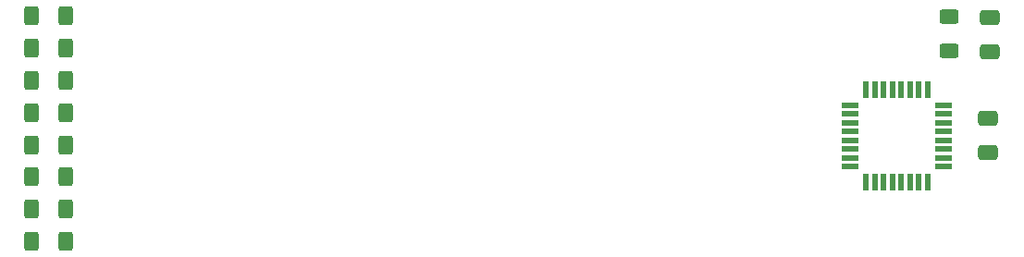
<source format=gbr>
%TF.GenerationSoftware,KiCad,Pcbnew,7.0.10-148-g62bb553460*%
%TF.CreationDate,2024-09-04T12:39:10+03:00*%
%TF.ProjectId,Pentagon128_InterfaceBoard,50656e74-6167-46f6-9e31-32385f496e74,rev?*%
%TF.SameCoordinates,Original*%
%TF.FileFunction,Paste,Top*%
%TF.FilePolarity,Positive*%
%FSLAX46Y46*%
G04 Gerber Fmt 4.6, Leading zero omitted, Abs format (unit mm)*
G04 Created by KiCad (PCBNEW 7.0.10-148-g62bb553460) date 2024-09-04 12:39:10*
%MOMM*%
%LPD*%
G01*
G04 APERTURE LIST*
G04 Aperture macros list*
%AMRoundRect*
0 Rectangle with rounded corners*
0 $1 Rounding radius*
0 $2 $3 $4 $5 $6 $7 $8 $9 X,Y pos of 4 corners*
0 Add a 4 corners polygon primitive as box body*
4,1,4,$2,$3,$4,$5,$6,$7,$8,$9,$2,$3,0*
0 Add four circle primitives for the rounded corners*
1,1,$1+$1,$2,$3*
1,1,$1+$1,$4,$5*
1,1,$1+$1,$6,$7*
1,1,$1+$1,$8,$9*
0 Add four rect primitives between the rounded corners*
20,1,$1+$1,$2,$3,$4,$5,0*
20,1,$1+$1,$4,$5,$6,$7,0*
20,1,$1+$1,$6,$7,$8,$9,0*
20,1,$1+$1,$8,$9,$2,$3,0*%
G04 Aperture macros list end*
%ADD10RoundRect,0.250000X0.400000X0.625000X-0.400000X0.625000X-0.400000X-0.625000X0.400000X-0.625000X0*%
%ADD11RoundRect,0.250000X-0.625000X0.400000X-0.625000X-0.400000X0.625000X-0.400000X0.625000X0.400000X0*%
%ADD12R,1.600000X0.550000*%
%ADD13R,0.550000X1.600000*%
%ADD14RoundRect,0.250000X-0.650000X0.412500X-0.650000X-0.412500X0.650000X-0.412500X0.650000X0.412500X0*%
G04 APERTURE END LIST*
D10*
%TO.C,R8*%
X113750000Y-103350000D03*
X110650000Y-103350000D03*
%TD*%
%TO.C,R13*%
X113750000Y-88600000D03*
X110650000Y-88600000D03*
%TD*%
%TO.C,R11*%
X113750000Y-94500000D03*
X110650000Y-94500000D03*
%TD*%
D11*
%TO.C,R1*%
X194650000Y-82800000D03*
X194650000Y-85900000D03*
%TD*%
D12*
%TO.C,U2*%
X194100000Y-96500000D03*
X194100000Y-95700000D03*
X194100000Y-94900000D03*
X194100000Y-94100000D03*
X194100000Y-93300000D03*
X194100000Y-92500000D03*
X194100000Y-91700000D03*
X194100000Y-90900000D03*
D13*
X192650000Y-89450000D03*
X191850000Y-89450000D03*
X191050000Y-89450000D03*
X190250000Y-89450000D03*
X189450000Y-89450000D03*
X188650000Y-89450000D03*
X187850000Y-89450000D03*
X187050000Y-89450000D03*
D12*
X185600000Y-90900000D03*
X185600000Y-91700000D03*
X185600000Y-92500000D03*
X185600000Y-93300000D03*
X185600000Y-94100000D03*
X185600000Y-94900000D03*
X185600000Y-95700000D03*
X185600000Y-96500000D03*
D13*
X187050000Y-97950000D03*
X187850000Y-97950000D03*
X188650000Y-97950000D03*
X189450000Y-97950000D03*
X190250000Y-97950000D03*
X191050000Y-97950000D03*
X191850000Y-97950000D03*
X192650000Y-97950000D03*
%TD*%
D10*
%TO.C,R12*%
X113750000Y-91550000D03*
X110650000Y-91550000D03*
%TD*%
D14*
%TO.C,C2*%
X198200000Y-92075000D03*
X198200000Y-95200000D03*
%TD*%
%TO.C,C1*%
X198400000Y-82837500D03*
X198400000Y-85962500D03*
%TD*%
D10*
%TO.C,R15*%
X113750000Y-82700000D03*
X110650000Y-82700000D03*
%TD*%
%TO.C,R10*%
X113750000Y-97450000D03*
X110650000Y-97450000D03*
%TD*%
%TO.C,R9*%
X113750000Y-100400000D03*
X110650000Y-100400000D03*
%TD*%
%TO.C,R14*%
X113750000Y-85650000D03*
X110650000Y-85650000D03*
%TD*%
M02*

</source>
